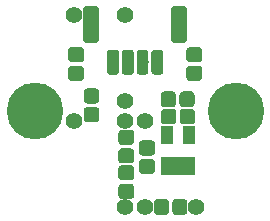
<source format=gbr>
G04 #@! TF.GenerationSoftware,KiCad,Pcbnew,(5.1.0-0)*
G04 #@! TF.CreationDate,2019-06-18T08:50:15-07:00*
G04 #@! TF.ProjectId,airdata,61697264-6174-4612-9e6b-696361645f70,rev?*
G04 #@! TF.SameCoordinates,Original*
G04 #@! TF.FileFunction,Soldermask,Bot*
G04 #@! TF.FilePolarity,Negative*
%FSLAX46Y46*%
G04 Gerber Fmt 4.6, Leading zero omitted, Abs format (unit mm)*
G04 Created by KiCad (PCBNEW (5.1.0-0)) date 2019-06-18 08:50:15*
%MOMM*%
%LPD*%
G04 APERTURE LIST*
%ADD10C,0.100000*%
%ADD11C,1.400000*%
%ADD12C,1.000000*%
%ADD13C,1.100000*%
%ADD14C,4.800000*%
%ADD15C,1.275000*%
%ADD16R,1.050000X1.620000*%
G04 APERTURE END LIST*
D10*
G36*
X45109306Y-44101685D02*
G01*
X45143282Y-44106725D01*
X45176600Y-44115071D01*
X45208939Y-44126642D01*
X45239989Y-44141328D01*
X45269450Y-44158986D01*
X45297038Y-44179446D01*
X45322487Y-44202513D01*
X45345554Y-44227962D01*
X45366014Y-44255550D01*
X45383672Y-44285011D01*
X45398358Y-44316061D01*
X45409929Y-44348400D01*
X45418275Y-44381718D01*
X45423315Y-44415694D01*
X45425000Y-44450000D01*
X45425000Y-46850000D01*
X45423315Y-46884306D01*
X45418275Y-46918282D01*
X45409929Y-46951600D01*
X45398358Y-46983939D01*
X45383672Y-47014989D01*
X45366014Y-47044450D01*
X45345554Y-47072038D01*
X45322487Y-47097487D01*
X45297038Y-47120554D01*
X45269450Y-47141014D01*
X45239989Y-47158672D01*
X45208939Y-47173358D01*
X45176600Y-47184929D01*
X45143282Y-47193275D01*
X45109306Y-47198315D01*
X45075000Y-47200000D01*
X44375000Y-47200000D01*
X44340694Y-47198315D01*
X44306718Y-47193275D01*
X44273400Y-47184929D01*
X44241061Y-47173358D01*
X44210011Y-47158672D01*
X44180550Y-47141014D01*
X44152962Y-47120554D01*
X44127513Y-47097487D01*
X44104446Y-47072038D01*
X44083986Y-47044450D01*
X44066328Y-47014989D01*
X44051642Y-46983939D01*
X44040071Y-46951600D01*
X44031725Y-46918282D01*
X44026685Y-46884306D01*
X44025000Y-46850000D01*
X44025000Y-44450000D01*
X44026685Y-44415694D01*
X44031725Y-44381718D01*
X44040071Y-44348400D01*
X44051642Y-44316061D01*
X44066328Y-44285011D01*
X44083986Y-44255550D01*
X44104446Y-44227962D01*
X44127513Y-44202513D01*
X44152962Y-44179446D01*
X44180550Y-44158986D01*
X44210011Y-44141328D01*
X44241061Y-44126642D01*
X44273400Y-44115071D01*
X44306718Y-44106725D01*
X44340694Y-44101685D01*
X44375000Y-44100000D01*
X45075000Y-44100000D01*
X45109306Y-44101685D01*
X45109306Y-44101685D01*
G37*
D11*
X44725000Y-45650000D03*
D10*
G36*
X37659306Y-44101685D02*
G01*
X37693282Y-44106725D01*
X37726600Y-44115071D01*
X37758939Y-44126642D01*
X37789989Y-44141328D01*
X37819450Y-44158986D01*
X37847038Y-44179446D01*
X37872487Y-44202513D01*
X37895554Y-44227962D01*
X37916014Y-44255550D01*
X37933672Y-44285011D01*
X37948358Y-44316061D01*
X37959929Y-44348400D01*
X37968275Y-44381718D01*
X37973315Y-44415694D01*
X37975000Y-44450000D01*
X37975000Y-46850000D01*
X37973315Y-46884306D01*
X37968275Y-46918282D01*
X37959929Y-46951600D01*
X37948358Y-46983939D01*
X37933672Y-47014989D01*
X37916014Y-47044450D01*
X37895554Y-47072038D01*
X37872487Y-47097487D01*
X37847038Y-47120554D01*
X37819450Y-47141014D01*
X37789989Y-47158672D01*
X37758939Y-47173358D01*
X37726600Y-47184929D01*
X37693282Y-47193275D01*
X37659306Y-47198315D01*
X37625000Y-47200000D01*
X36925000Y-47200000D01*
X36890694Y-47198315D01*
X36856718Y-47193275D01*
X36823400Y-47184929D01*
X36791061Y-47173358D01*
X36760011Y-47158672D01*
X36730550Y-47141014D01*
X36702962Y-47120554D01*
X36677513Y-47097487D01*
X36654446Y-47072038D01*
X36633986Y-47044450D01*
X36616328Y-47014989D01*
X36601642Y-46983939D01*
X36590071Y-46951600D01*
X36581725Y-46918282D01*
X36576685Y-46884306D01*
X36575000Y-46850000D01*
X36575000Y-44450000D01*
X36576685Y-44415694D01*
X36581725Y-44381718D01*
X36590071Y-44348400D01*
X36601642Y-44316061D01*
X36616328Y-44285011D01*
X36633986Y-44255550D01*
X36654446Y-44227962D01*
X36677513Y-44202513D01*
X36702962Y-44179446D01*
X36730550Y-44158986D01*
X36760011Y-44141328D01*
X36791061Y-44126642D01*
X36823400Y-44115071D01*
X36856718Y-44106725D01*
X36890694Y-44101685D01*
X36925000Y-44100000D01*
X37625000Y-44100000D01*
X37659306Y-44101685D01*
X37659306Y-44101685D01*
G37*
D11*
X37275000Y-45650000D03*
D10*
G36*
X43149504Y-47801204D02*
G01*
X43173773Y-47804804D01*
X43197571Y-47810765D01*
X43220671Y-47819030D01*
X43242849Y-47829520D01*
X43263893Y-47842133D01*
X43283598Y-47856747D01*
X43301777Y-47873223D01*
X43318253Y-47891402D01*
X43332867Y-47911107D01*
X43345480Y-47932151D01*
X43355970Y-47954329D01*
X43364235Y-47977429D01*
X43370196Y-48001227D01*
X43373796Y-48025496D01*
X43375000Y-48050000D01*
X43375000Y-49650000D01*
X43373796Y-49674504D01*
X43370196Y-49698773D01*
X43364235Y-49722571D01*
X43355970Y-49745671D01*
X43345480Y-49767849D01*
X43332867Y-49788893D01*
X43318253Y-49808598D01*
X43301777Y-49826777D01*
X43283598Y-49843253D01*
X43263893Y-49857867D01*
X43242849Y-49870480D01*
X43220671Y-49880970D01*
X43197571Y-49889235D01*
X43173773Y-49895196D01*
X43149504Y-49898796D01*
X43125000Y-49900000D01*
X42625000Y-49900000D01*
X42600496Y-49898796D01*
X42576227Y-49895196D01*
X42552429Y-49889235D01*
X42529329Y-49880970D01*
X42507151Y-49870480D01*
X42486107Y-49857867D01*
X42466402Y-49843253D01*
X42448223Y-49826777D01*
X42431747Y-49808598D01*
X42417133Y-49788893D01*
X42404520Y-49767849D01*
X42394030Y-49745671D01*
X42385765Y-49722571D01*
X42379804Y-49698773D01*
X42376204Y-49674504D01*
X42375000Y-49650000D01*
X42375000Y-48050000D01*
X42376204Y-48025496D01*
X42379804Y-48001227D01*
X42385765Y-47977429D01*
X42394030Y-47954329D01*
X42404520Y-47932151D01*
X42417133Y-47911107D01*
X42431747Y-47891402D01*
X42448223Y-47873223D01*
X42466402Y-47856747D01*
X42486107Y-47842133D01*
X42507151Y-47829520D01*
X42529329Y-47819030D01*
X42552429Y-47810765D01*
X42576227Y-47804804D01*
X42600496Y-47801204D01*
X42625000Y-47800000D01*
X43125000Y-47800000D01*
X43149504Y-47801204D01*
X43149504Y-47801204D01*
G37*
D12*
X42875000Y-48850000D03*
D10*
G36*
X41899504Y-47801204D02*
G01*
X41923773Y-47804804D01*
X41947571Y-47810765D01*
X41970671Y-47819030D01*
X41992849Y-47829520D01*
X42013893Y-47842133D01*
X42033598Y-47856747D01*
X42051777Y-47873223D01*
X42068253Y-47891402D01*
X42082867Y-47911107D01*
X42095480Y-47932151D01*
X42105970Y-47954329D01*
X42114235Y-47977429D01*
X42120196Y-48001227D01*
X42123796Y-48025496D01*
X42125000Y-48050000D01*
X42125000Y-49650000D01*
X42123796Y-49674504D01*
X42120196Y-49698773D01*
X42114235Y-49722571D01*
X42105970Y-49745671D01*
X42095480Y-49767849D01*
X42082867Y-49788893D01*
X42068253Y-49808598D01*
X42051777Y-49826777D01*
X42033598Y-49843253D01*
X42013893Y-49857867D01*
X41992849Y-49870480D01*
X41970671Y-49880970D01*
X41947571Y-49889235D01*
X41923773Y-49895196D01*
X41899504Y-49898796D01*
X41875000Y-49900000D01*
X41375000Y-49900000D01*
X41350496Y-49898796D01*
X41326227Y-49895196D01*
X41302429Y-49889235D01*
X41279329Y-49880970D01*
X41257151Y-49870480D01*
X41236107Y-49857867D01*
X41216402Y-49843253D01*
X41198223Y-49826777D01*
X41181747Y-49808598D01*
X41167133Y-49788893D01*
X41154520Y-49767849D01*
X41144030Y-49745671D01*
X41135765Y-49722571D01*
X41129804Y-49698773D01*
X41126204Y-49674504D01*
X41125000Y-49650000D01*
X41125000Y-48050000D01*
X41126204Y-48025496D01*
X41129804Y-48001227D01*
X41135765Y-47977429D01*
X41144030Y-47954329D01*
X41154520Y-47932151D01*
X41167133Y-47911107D01*
X41181747Y-47891402D01*
X41198223Y-47873223D01*
X41216402Y-47856747D01*
X41236107Y-47842133D01*
X41257151Y-47829520D01*
X41279329Y-47819030D01*
X41302429Y-47810765D01*
X41326227Y-47804804D01*
X41350496Y-47801204D01*
X41375000Y-47800000D01*
X41875000Y-47800000D01*
X41899504Y-47801204D01*
X41899504Y-47801204D01*
G37*
D12*
X41625000Y-48850000D03*
D10*
G36*
X40649504Y-47801204D02*
G01*
X40673773Y-47804804D01*
X40697571Y-47810765D01*
X40720671Y-47819030D01*
X40742849Y-47829520D01*
X40763893Y-47842133D01*
X40783598Y-47856747D01*
X40801777Y-47873223D01*
X40818253Y-47891402D01*
X40832867Y-47911107D01*
X40845480Y-47932151D01*
X40855970Y-47954329D01*
X40864235Y-47977429D01*
X40870196Y-48001227D01*
X40873796Y-48025496D01*
X40875000Y-48050000D01*
X40875000Y-49650000D01*
X40873796Y-49674504D01*
X40870196Y-49698773D01*
X40864235Y-49722571D01*
X40855970Y-49745671D01*
X40845480Y-49767849D01*
X40832867Y-49788893D01*
X40818253Y-49808598D01*
X40801777Y-49826777D01*
X40783598Y-49843253D01*
X40763893Y-49857867D01*
X40742849Y-49870480D01*
X40720671Y-49880970D01*
X40697571Y-49889235D01*
X40673773Y-49895196D01*
X40649504Y-49898796D01*
X40625000Y-49900000D01*
X40125000Y-49900000D01*
X40100496Y-49898796D01*
X40076227Y-49895196D01*
X40052429Y-49889235D01*
X40029329Y-49880970D01*
X40007151Y-49870480D01*
X39986107Y-49857867D01*
X39966402Y-49843253D01*
X39948223Y-49826777D01*
X39931747Y-49808598D01*
X39917133Y-49788893D01*
X39904520Y-49767849D01*
X39894030Y-49745671D01*
X39885765Y-49722571D01*
X39879804Y-49698773D01*
X39876204Y-49674504D01*
X39875000Y-49650000D01*
X39875000Y-48050000D01*
X39876204Y-48025496D01*
X39879804Y-48001227D01*
X39885765Y-47977429D01*
X39894030Y-47954329D01*
X39904520Y-47932151D01*
X39917133Y-47911107D01*
X39931747Y-47891402D01*
X39948223Y-47873223D01*
X39966402Y-47856747D01*
X39986107Y-47842133D01*
X40007151Y-47829520D01*
X40029329Y-47819030D01*
X40052429Y-47810765D01*
X40076227Y-47804804D01*
X40100496Y-47801204D01*
X40125000Y-47800000D01*
X40625000Y-47800000D01*
X40649504Y-47801204D01*
X40649504Y-47801204D01*
G37*
D12*
X40375000Y-48850000D03*
D10*
G36*
X39399504Y-47801204D02*
G01*
X39423773Y-47804804D01*
X39447571Y-47810765D01*
X39470671Y-47819030D01*
X39492849Y-47829520D01*
X39513893Y-47842133D01*
X39533598Y-47856747D01*
X39551777Y-47873223D01*
X39568253Y-47891402D01*
X39582867Y-47911107D01*
X39595480Y-47932151D01*
X39605970Y-47954329D01*
X39614235Y-47977429D01*
X39620196Y-48001227D01*
X39623796Y-48025496D01*
X39625000Y-48050000D01*
X39625000Y-49650000D01*
X39623796Y-49674504D01*
X39620196Y-49698773D01*
X39614235Y-49722571D01*
X39605970Y-49745671D01*
X39595480Y-49767849D01*
X39582867Y-49788893D01*
X39568253Y-49808598D01*
X39551777Y-49826777D01*
X39533598Y-49843253D01*
X39513893Y-49857867D01*
X39492849Y-49870480D01*
X39470671Y-49880970D01*
X39447571Y-49889235D01*
X39423773Y-49895196D01*
X39399504Y-49898796D01*
X39375000Y-49900000D01*
X38875000Y-49900000D01*
X38850496Y-49898796D01*
X38826227Y-49895196D01*
X38802429Y-49889235D01*
X38779329Y-49880970D01*
X38757151Y-49870480D01*
X38736107Y-49857867D01*
X38716402Y-49843253D01*
X38698223Y-49826777D01*
X38681747Y-49808598D01*
X38667133Y-49788893D01*
X38654520Y-49767849D01*
X38644030Y-49745671D01*
X38635765Y-49722571D01*
X38629804Y-49698773D01*
X38626204Y-49674504D01*
X38625000Y-49650000D01*
X38625000Y-48050000D01*
X38626204Y-48025496D01*
X38629804Y-48001227D01*
X38635765Y-47977429D01*
X38644030Y-47954329D01*
X38654520Y-47932151D01*
X38667133Y-47911107D01*
X38681747Y-47891402D01*
X38698223Y-47873223D01*
X38716402Y-47856747D01*
X38736107Y-47842133D01*
X38757151Y-47829520D01*
X38779329Y-47819030D01*
X38802429Y-47810765D01*
X38826227Y-47804804D01*
X38850496Y-47801204D01*
X38875000Y-47800000D01*
X39375000Y-47800000D01*
X39399504Y-47801204D01*
X39399504Y-47801204D01*
G37*
D12*
X39125000Y-48850000D03*
D13*
X50666726Y-51833274D03*
X49500000Y-51350000D03*
X48333274Y-51833274D03*
X47850000Y-53000000D03*
X48333274Y-54166726D03*
X49500000Y-54650000D03*
X50666726Y-54166726D03*
X51150000Y-53000000D03*
D14*
X49500000Y-53000000D03*
D10*
G36*
X45137493Y-60426535D02*
G01*
X45168435Y-60431125D01*
X45198778Y-60438725D01*
X45228230Y-60449263D01*
X45256508Y-60462638D01*
X45283338Y-60478719D01*
X45308463Y-60497353D01*
X45331640Y-60518360D01*
X45352647Y-60541537D01*
X45371281Y-60566662D01*
X45387362Y-60593492D01*
X45400737Y-60621770D01*
X45411275Y-60651222D01*
X45418875Y-60681565D01*
X45423465Y-60712507D01*
X45425000Y-60743750D01*
X45425000Y-61456250D01*
X45423465Y-61487493D01*
X45418875Y-61518435D01*
X45411275Y-61548778D01*
X45400737Y-61578230D01*
X45387362Y-61606508D01*
X45371281Y-61633338D01*
X45352647Y-61658463D01*
X45331640Y-61681640D01*
X45308463Y-61702647D01*
X45283338Y-61721281D01*
X45256508Y-61737362D01*
X45228230Y-61750737D01*
X45198778Y-61761275D01*
X45168435Y-61768875D01*
X45137493Y-61773465D01*
X45106250Y-61775000D01*
X44468750Y-61775000D01*
X44437507Y-61773465D01*
X44406565Y-61768875D01*
X44376222Y-61761275D01*
X44346770Y-61750737D01*
X44318492Y-61737362D01*
X44291662Y-61721281D01*
X44266537Y-61702647D01*
X44243360Y-61681640D01*
X44222353Y-61658463D01*
X44203719Y-61633338D01*
X44187638Y-61606508D01*
X44174263Y-61578230D01*
X44163725Y-61548778D01*
X44156125Y-61518435D01*
X44151535Y-61487493D01*
X44150000Y-61456250D01*
X44150000Y-60743750D01*
X44151535Y-60712507D01*
X44156125Y-60681565D01*
X44163725Y-60651222D01*
X44174263Y-60621770D01*
X44187638Y-60593492D01*
X44203719Y-60566662D01*
X44222353Y-60541537D01*
X44243360Y-60518360D01*
X44266537Y-60497353D01*
X44291662Y-60478719D01*
X44318492Y-60462638D01*
X44346770Y-60449263D01*
X44376222Y-60438725D01*
X44406565Y-60431125D01*
X44437507Y-60426535D01*
X44468750Y-60425000D01*
X45106250Y-60425000D01*
X45137493Y-60426535D01*
X45137493Y-60426535D01*
G37*
D15*
X44787500Y-61100000D03*
D10*
G36*
X43562493Y-60426535D02*
G01*
X43593435Y-60431125D01*
X43623778Y-60438725D01*
X43653230Y-60449263D01*
X43681508Y-60462638D01*
X43708338Y-60478719D01*
X43733463Y-60497353D01*
X43756640Y-60518360D01*
X43777647Y-60541537D01*
X43796281Y-60566662D01*
X43812362Y-60593492D01*
X43825737Y-60621770D01*
X43836275Y-60651222D01*
X43843875Y-60681565D01*
X43848465Y-60712507D01*
X43850000Y-60743750D01*
X43850000Y-61456250D01*
X43848465Y-61487493D01*
X43843875Y-61518435D01*
X43836275Y-61548778D01*
X43825737Y-61578230D01*
X43812362Y-61606508D01*
X43796281Y-61633338D01*
X43777647Y-61658463D01*
X43756640Y-61681640D01*
X43733463Y-61702647D01*
X43708338Y-61721281D01*
X43681508Y-61737362D01*
X43653230Y-61750737D01*
X43623778Y-61761275D01*
X43593435Y-61768875D01*
X43562493Y-61773465D01*
X43531250Y-61775000D01*
X42893750Y-61775000D01*
X42862507Y-61773465D01*
X42831565Y-61768875D01*
X42801222Y-61761275D01*
X42771770Y-61750737D01*
X42743492Y-61737362D01*
X42716662Y-61721281D01*
X42691537Y-61702647D01*
X42668360Y-61681640D01*
X42647353Y-61658463D01*
X42628719Y-61633338D01*
X42612638Y-61606508D01*
X42599263Y-61578230D01*
X42588725Y-61548778D01*
X42581125Y-61518435D01*
X42576535Y-61487493D01*
X42575000Y-61456250D01*
X42575000Y-60743750D01*
X42576535Y-60712507D01*
X42581125Y-60681565D01*
X42588725Y-60651222D01*
X42599263Y-60621770D01*
X42612638Y-60593492D01*
X42628719Y-60566662D01*
X42647353Y-60541537D01*
X42668360Y-60518360D01*
X42691537Y-60497353D01*
X42716662Y-60478719D01*
X42743492Y-60462638D01*
X42771770Y-60449263D01*
X42801222Y-60438725D01*
X42831565Y-60431125D01*
X42862507Y-60426535D01*
X42893750Y-60425000D01*
X43531250Y-60425000D01*
X43562493Y-60426535D01*
X43562493Y-60426535D01*
G37*
D15*
X43212500Y-61100000D03*
D10*
G36*
X37687493Y-51076535D02*
G01*
X37718435Y-51081125D01*
X37748778Y-51088725D01*
X37778230Y-51099263D01*
X37806508Y-51112638D01*
X37833338Y-51128719D01*
X37858463Y-51147353D01*
X37881640Y-51168360D01*
X37902647Y-51191537D01*
X37921281Y-51216662D01*
X37937362Y-51243492D01*
X37950737Y-51271770D01*
X37961275Y-51301222D01*
X37968875Y-51331565D01*
X37973465Y-51362507D01*
X37975000Y-51393750D01*
X37975000Y-52031250D01*
X37973465Y-52062493D01*
X37968875Y-52093435D01*
X37961275Y-52123778D01*
X37950737Y-52153230D01*
X37937362Y-52181508D01*
X37921281Y-52208338D01*
X37902647Y-52233463D01*
X37881640Y-52256640D01*
X37858463Y-52277647D01*
X37833338Y-52296281D01*
X37806508Y-52312362D01*
X37778230Y-52325737D01*
X37748778Y-52336275D01*
X37718435Y-52343875D01*
X37687493Y-52348465D01*
X37656250Y-52350000D01*
X36943750Y-52350000D01*
X36912507Y-52348465D01*
X36881565Y-52343875D01*
X36851222Y-52336275D01*
X36821770Y-52325737D01*
X36793492Y-52312362D01*
X36766662Y-52296281D01*
X36741537Y-52277647D01*
X36718360Y-52256640D01*
X36697353Y-52233463D01*
X36678719Y-52208338D01*
X36662638Y-52181508D01*
X36649263Y-52153230D01*
X36638725Y-52123778D01*
X36631125Y-52093435D01*
X36626535Y-52062493D01*
X36625000Y-52031250D01*
X36625000Y-51393750D01*
X36626535Y-51362507D01*
X36631125Y-51331565D01*
X36638725Y-51301222D01*
X36649263Y-51271770D01*
X36662638Y-51243492D01*
X36678719Y-51216662D01*
X36697353Y-51191537D01*
X36718360Y-51168360D01*
X36741537Y-51147353D01*
X36766662Y-51128719D01*
X36793492Y-51112638D01*
X36821770Y-51099263D01*
X36851222Y-51088725D01*
X36881565Y-51081125D01*
X36912507Y-51076535D01*
X36943750Y-51075000D01*
X37656250Y-51075000D01*
X37687493Y-51076535D01*
X37687493Y-51076535D01*
G37*
D15*
X37300000Y-51712500D03*
D10*
G36*
X37687493Y-52651535D02*
G01*
X37718435Y-52656125D01*
X37748778Y-52663725D01*
X37778230Y-52674263D01*
X37806508Y-52687638D01*
X37833338Y-52703719D01*
X37858463Y-52722353D01*
X37881640Y-52743360D01*
X37902647Y-52766537D01*
X37921281Y-52791662D01*
X37937362Y-52818492D01*
X37950737Y-52846770D01*
X37961275Y-52876222D01*
X37968875Y-52906565D01*
X37973465Y-52937507D01*
X37975000Y-52968750D01*
X37975000Y-53606250D01*
X37973465Y-53637493D01*
X37968875Y-53668435D01*
X37961275Y-53698778D01*
X37950737Y-53728230D01*
X37937362Y-53756508D01*
X37921281Y-53783338D01*
X37902647Y-53808463D01*
X37881640Y-53831640D01*
X37858463Y-53852647D01*
X37833338Y-53871281D01*
X37806508Y-53887362D01*
X37778230Y-53900737D01*
X37748778Y-53911275D01*
X37718435Y-53918875D01*
X37687493Y-53923465D01*
X37656250Y-53925000D01*
X36943750Y-53925000D01*
X36912507Y-53923465D01*
X36881565Y-53918875D01*
X36851222Y-53911275D01*
X36821770Y-53900737D01*
X36793492Y-53887362D01*
X36766662Y-53871281D01*
X36741537Y-53852647D01*
X36718360Y-53831640D01*
X36697353Y-53808463D01*
X36678719Y-53783338D01*
X36662638Y-53756508D01*
X36649263Y-53728230D01*
X36638725Y-53698778D01*
X36631125Y-53668435D01*
X36626535Y-53637493D01*
X36625000Y-53606250D01*
X36625000Y-52968750D01*
X36626535Y-52937507D01*
X36631125Y-52906565D01*
X36638725Y-52876222D01*
X36649263Y-52846770D01*
X36662638Y-52818492D01*
X36678719Y-52791662D01*
X36697353Y-52766537D01*
X36718360Y-52743360D01*
X36741537Y-52722353D01*
X36766662Y-52703719D01*
X36793492Y-52687638D01*
X36821770Y-52674263D01*
X36851222Y-52663725D01*
X36881565Y-52656125D01*
X36912507Y-52651535D01*
X36943750Y-52650000D01*
X37656250Y-52650000D01*
X37687493Y-52651535D01*
X37687493Y-52651535D01*
G37*
D15*
X37300000Y-53287500D03*
D10*
G36*
X40637493Y-59151535D02*
G01*
X40668435Y-59156125D01*
X40698778Y-59163725D01*
X40728230Y-59174263D01*
X40756508Y-59187638D01*
X40783338Y-59203719D01*
X40808463Y-59222353D01*
X40831640Y-59243360D01*
X40852647Y-59266537D01*
X40871281Y-59291662D01*
X40887362Y-59318492D01*
X40900737Y-59346770D01*
X40911275Y-59376222D01*
X40918875Y-59406565D01*
X40923465Y-59437507D01*
X40925000Y-59468750D01*
X40925000Y-60106250D01*
X40923465Y-60137493D01*
X40918875Y-60168435D01*
X40911275Y-60198778D01*
X40900737Y-60228230D01*
X40887362Y-60256508D01*
X40871281Y-60283338D01*
X40852647Y-60308463D01*
X40831640Y-60331640D01*
X40808463Y-60352647D01*
X40783338Y-60371281D01*
X40756508Y-60387362D01*
X40728230Y-60400737D01*
X40698778Y-60411275D01*
X40668435Y-60418875D01*
X40637493Y-60423465D01*
X40606250Y-60425000D01*
X39893750Y-60425000D01*
X39862507Y-60423465D01*
X39831565Y-60418875D01*
X39801222Y-60411275D01*
X39771770Y-60400737D01*
X39743492Y-60387362D01*
X39716662Y-60371281D01*
X39691537Y-60352647D01*
X39668360Y-60331640D01*
X39647353Y-60308463D01*
X39628719Y-60283338D01*
X39612638Y-60256508D01*
X39599263Y-60228230D01*
X39588725Y-60198778D01*
X39581125Y-60168435D01*
X39576535Y-60137493D01*
X39575000Y-60106250D01*
X39575000Y-59468750D01*
X39576535Y-59437507D01*
X39581125Y-59406565D01*
X39588725Y-59376222D01*
X39599263Y-59346770D01*
X39612638Y-59318492D01*
X39628719Y-59291662D01*
X39647353Y-59266537D01*
X39668360Y-59243360D01*
X39691537Y-59222353D01*
X39716662Y-59203719D01*
X39743492Y-59187638D01*
X39771770Y-59174263D01*
X39801222Y-59163725D01*
X39831565Y-59156125D01*
X39862507Y-59151535D01*
X39893750Y-59150000D01*
X40606250Y-59150000D01*
X40637493Y-59151535D01*
X40637493Y-59151535D01*
G37*
D15*
X40250000Y-59787500D03*
D10*
G36*
X40637493Y-57576535D02*
G01*
X40668435Y-57581125D01*
X40698778Y-57588725D01*
X40728230Y-57599263D01*
X40756508Y-57612638D01*
X40783338Y-57628719D01*
X40808463Y-57647353D01*
X40831640Y-57668360D01*
X40852647Y-57691537D01*
X40871281Y-57716662D01*
X40887362Y-57743492D01*
X40900737Y-57771770D01*
X40911275Y-57801222D01*
X40918875Y-57831565D01*
X40923465Y-57862507D01*
X40925000Y-57893750D01*
X40925000Y-58531250D01*
X40923465Y-58562493D01*
X40918875Y-58593435D01*
X40911275Y-58623778D01*
X40900737Y-58653230D01*
X40887362Y-58681508D01*
X40871281Y-58708338D01*
X40852647Y-58733463D01*
X40831640Y-58756640D01*
X40808463Y-58777647D01*
X40783338Y-58796281D01*
X40756508Y-58812362D01*
X40728230Y-58825737D01*
X40698778Y-58836275D01*
X40668435Y-58843875D01*
X40637493Y-58848465D01*
X40606250Y-58850000D01*
X39893750Y-58850000D01*
X39862507Y-58848465D01*
X39831565Y-58843875D01*
X39801222Y-58836275D01*
X39771770Y-58825737D01*
X39743492Y-58812362D01*
X39716662Y-58796281D01*
X39691537Y-58777647D01*
X39668360Y-58756640D01*
X39647353Y-58733463D01*
X39628719Y-58708338D01*
X39612638Y-58681508D01*
X39599263Y-58653230D01*
X39588725Y-58623778D01*
X39581125Y-58593435D01*
X39576535Y-58562493D01*
X39575000Y-58531250D01*
X39575000Y-57893750D01*
X39576535Y-57862507D01*
X39581125Y-57831565D01*
X39588725Y-57801222D01*
X39599263Y-57771770D01*
X39612638Y-57743492D01*
X39628719Y-57716662D01*
X39647353Y-57691537D01*
X39668360Y-57668360D01*
X39691537Y-57647353D01*
X39716662Y-57628719D01*
X39743492Y-57612638D01*
X39771770Y-57599263D01*
X39801222Y-57588725D01*
X39831565Y-57581125D01*
X39862507Y-57576535D01*
X39893750Y-57575000D01*
X40606250Y-57575000D01*
X40637493Y-57576535D01*
X40637493Y-57576535D01*
G37*
D15*
X40250000Y-58212500D03*
D10*
G36*
X40637493Y-54576535D02*
G01*
X40668435Y-54581125D01*
X40698778Y-54588725D01*
X40728230Y-54599263D01*
X40756508Y-54612638D01*
X40783338Y-54628719D01*
X40808463Y-54647353D01*
X40831640Y-54668360D01*
X40852647Y-54691537D01*
X40871281Y-54716662D01*
X40887362Y-54743492D01*
X40900737Y-54771770D01*
X40911275Y-54801222D01*
X40918875Y-54831565D01*
X40923465Y-54862507D01*
X40925000Y-54893750D01*
X40925000Y-55531250D01*
X40923465Y-55562493D01*
X40918875Y-55593435D01*
X40911275Y-55623778D01*
X40900737Y-55653230D01*
X40887362Y-55681508D01*
X40871281Y-55708338D01*
X40852647Y-55733463D01*
X40831640Y-55756640D01*
X40808463Y-55777647D01*
X40783338Y-55796281D01*
X40756508Y-55812362D01*
X40728230Y-55825737D01*
X40698778Y-55836275D01*
X40668435Y-55843875D01*
X40637493Y-55848465D01*
X40606250Y-55850000D01*
X39893750Y-55850000D01*
X39862507Y-55848465D01*
X39831565Y-55843875D01*
X39801222Y-55836275D01*
X39771770Y-55825737D01*
X39743492Y-55812362D01*
X39716662Y-55796281D01*
X39691537Y-55777647D01*
X39668360Y-55756640D01*
X39647353Y-55733463D01*
X39628719Y-55708338D01*
X39612638Y-55681508D01*
X39599263Y-55653230D01*
X39588725Y-55623778D01*
X39581125Y-55593435D01*
X39576535Y-55562493D01*
X39575000Y-55531250D01*
X39575000Y-54893750D01*
X39576535Y-54862507D01*
X39581125Y-54831565D01*
X39588725Y-54801222D01*
X39599263Y-54771770D01*
X39612638Y-54743492D01*
X39628719Y-54716662D01*
X39647353Y-54691537D01*
X39668360Y-54668360D01*
X39691537Y-54647353D01*
X39716662Y-54628719D01*
X39743492Y-54612638D01*
X39771770Y-54599263D01*
X39801222Y-54588725D01*
X39831565Y-54581125D01*
X39862507Y-54576535D01*
X39893750Y-54575000D01*
X40606250Y-54575000D01*
X40637493Y-54576535D01*
X40637493Y-54576535D01*
G37*
D15*
X40250000Y-55212500D03*
D10*
G36*
X40637493Y-56151535D02*
G01*
X40668435Y-56156125D01*
X40698778Y-56163725D01*
X40728230Y-56174263D01*
X40756508Y-56187638D01*
X40783338Y-56203719D01*
X40808463Y-56222353D01*
X40831640Y-56243360D01*
X40852647Y-56266537D01*
X40871281Y-56291662D01*
X40887362Y-56318492D01*
X40900737Y-56346770D01*
X40911275Y-56376222D01*
X40918875Y-56406565D01*
X40923465Y-56437507D01*
X40925000Y-56468750D01*
X40925000Y-57106250D01*
X40923465Y-57137493D01*
X40918875Y-57168435D01*
X40911275Y-57198778D01*
X40900737Y-57228230D01*
X40887362Y-57256508D01*
X40871281Y-57283338D01*
X40852647Y-57308463D01*
X40831640Y-57331640D01*
X40808463Y-57352647D01*
X40783338Y-57371281D01*
X40756508Y-57387362D01*
X40728230Y-57400737D01*
X40698778Y-57411275D01*
X40668435Y-57418875D01*
X40637493Y-57423465D01*
X40606250Y-57425000D01*
X39893750Y-57425000D01*
X39862507Y-57423465D01*
X39831565Y-57418875D01*
X39801222Y-57411275D01*
X39771770Y-57400737D01*
X39743492Y-57387362D01*
X39716662Y-57371281D01*
X39691537Y-57352647D01*
X39668360Y-57331640D01*
X39647353Y-57308463D01*
X39628719Y-57283338D01*
X39612638Y-57256508D01*
X39599263Y-57228230D01*
X39588725Y-57198778D01*
X39581125Y-57168435D01*
X39576535Y-57137493D01*
X39575000Y-57106250D01*
X39575000Y-56468750D01*
X39576535Y-56437507D01*
X39581125Y-56406565D01*
X39588725Y-56376222D01*
X39599263Y-56346770D01*
X39612638Y-56318492D01*
X39628719Y-56291662D01*
X39647353Y-56266537D01*
X39668360Y-56243360D01*
X39691537Y-56222353D01*
X39716662Y-56203719D01*
X39743492Y-56187638D01*
X39771770Y-56174263D01*
X39801222Y-56163725D01*
X39831565Y-56156125D01*
X39862507Y-56151535D01*
X39893750Y-56150000D01*
X40606250Y-56150000D01*
X40637493Y-56151535D01*
X40637493Y-56151535D01*
G37*
D15*
X40250000Y-56787500D03*
D10*
G36*
X46387493Y-47576535D02*
G01*
X46418435Y-47581125D01*
X46448778Y-47588725D01*
X46478230Y-47599263D01*
X46506508Y-47612638D01*
X46533338Y-47628719D01*
X46558463Y-47647353D01*
X46581640Y-47668360D01*
X46602647Y-47691537D01*
X46621281Y-47716662D01*
X46637362Y-47743492D01*
X46650737Y-47771770D01*
X46661275Y-47801222D01*
X46668875Y-47831565D01*
X46673465Y-47862507D01*
X46675000Y-47893750D01*
X46675000Y-48531250D01*
X46673465Y-48562493D01*
X46668875Y-48593435D01*
X46661275Y-48623778D01*
X46650737Y-48653230D01*
X46637362Y-48681508D01*
X46621281Y-48708338D01*
X46602647Y-48733463D01*
X46581640Y-48756640D01*
X46558463Y-48777647D01*
X46533338Y-48796281D01*
X46506508Y-48812362D01*
X46478230Y-48825737D01*
X46448778Y-48836275D01*
X46418435Y-48843875D01*
X46387493Y-48848465D01*
X46356250Y-48850000D01*
X45643750Y-48850000D01*
X45612507Y-48848465D01*
X45581565Y-48843875D01*
X45551222Y-48836275D01*
X45521770Y-48825737D01*
X45493492Y-48812362D01*
X45466662Y-48796281D01*
X45441537Y-48777647D01*
X45418360Y-48756640D01*
X45397353Y-48733463D01*
X45378719Y-48708338D01*
X45362638Y-48681508D01*
X45349263Y-48653230D01*
X45338725Y-48623778D01*
X45331125Y-48593435D01*
X45326535Y-48562493D01*
X45325000Y-48531250D01*
X45325000Y-47893750D01*
X45326535Y-47862507D01*
X45331125Y-47831565D01*
X45338725Y-47801222D01*
X45349263Y-47771770D01*
X45362638Y-47743492D01*
X45378719Y-47716662D01*
X45397353Y-47691537D01*
X45418360Y-47668360D01*
X45441537Y-47647353D01*
X45466662Y-47628719D01*
X45493492Y-47612638D01*
X45521770Y-47599263D01*
X45551222Y-47588725D01*
X45581565Y-47581125D01*
X45612507Y-47576535D01*
X45643750Y-47575000D01*
X46356250Y-47575000D01*
X46387493Y-47576535D01*
X46387493Y-47576535D01*
G37*
D15*
X46000000Y-48212500D03*
D10*
G36*
X46387493Y-49151535D02*
G01*
X46418435Y-49156125D01*
X46448778Y-49163725D01*
X46478230Y-49174263D01*
X46506508Y-49187638D01*
X46533338Y-49203719D01*
X46558463Y-49222353D01*
X46581640Y-49243360D01*
X46602647Y-49266537D01*
X46621281Y-49291662D01*
X46637362Y-49318492D01*
X46650737Y-49346770D01*
X46661275Y-49376222D01*
X46668875Y-49406565D01*
X46673465Y-49437507D01*
X46675000Y-49468750D01*
X46675000Y-50106250D01*
X46673465Y-50137493D01*
X46668875Y-50168435D01*
X46661275Y-50198778D01*
X46650737Y-50228230D01*
X46637362Y-50256508D01*
X46621281Y-50283338D01*
X46602647Y-50308463D01*
X46581640Y-50331640D01*
X46558463Y-50352647D01*
X46533338Y-50371281D01*
X46506508Y-50387362D01*
X46478230Y-50400737D01*
X46448778Y-50411275D01*
X46418435Y-50418875D01*
X46387493Y-50423465D01*
X46356250Y-50425000D01*
X45643750Y-50425000D01*
X45612507Y-50423465D01*
X45581565Y-50418875D01*
X45551222Y-50411275D01*
X45521770Y-50400737D01*
X45493492Y-50387362D01*
X45466662Y-50371281D01*
X45441537Y-50352647D01*
X45418360Y-50331640D01*
X45397353Y-50308463D01*
X45378719Y-50283338D01*
X45362638Y-50256508D01*
X45349263Y-50228230D01*
X45338725Y-50198778D01*
X45331125Y-50168435D01*
X45326535Y-50137493D01*
X45325000Y-50106250D01*
X45325000Y-49468750D01*
X45326535Y-49437507D01*
X45331125Y-49406565D01*
X45338725Y-49376222D01*
X45349263Y-49346770D01*
X45362638Y-49318492D01*
X45378719Y-49291662D01*
X45397353Y-49266537D01*
X45418360Y-49243360D01*
X45441537Y-49222353D01*
X45466662Y-49203719D01*
X45493492Y-49187638D01*
X45521770Y-49174263D01*
X45551222Y-49163725D01*
X45581565Y-49156125D01*
X45612507Y-49151535D01*
X45643750Y-49150000D01*
X46356250Y-49150000D01*
X46387493Y-49151535D01*
X46387493Y-49151535D01*
G37*
D15*
X46000000Y-49787500D03*
D10*
G36*
X36387493Y-49151535D02*
G01*
X36418435Y-49156125D01*
X36448778Y-49163725D01*
X36478230Y-49174263D01*
X36506508Y-49187638D01*
X36533338Y-49203719D01*
X36558463Y-49222353D01*
X36581640Y-49243360D01*
X36602647Y-49266537D01*
X36621281Y-49291662D01*
X36637362Y-49318492D01*
X36650737Y-49346770D01*
X36661275Y-49376222D01*
X36668875Y-49406565D01*
X36673465Y-49437507D01*
X36675000Y-49468750D01*
X36675000Y-50106250D01*
X36673465Y-50137493D01*
X36668875Y-50168435D01*
X36661275Y-50198778D01*
X36650737Y-50228230D01*
X36637362Y-50256508D01*
X36621281Y-50283338D01*
X36602647Y-50308463D01*
X36581640Y-50331640D01*
X36558463Y-50352647D01*
X36533338Y-50371281D01*
X36506508Y-50387362D01*
X36478230Y-50400737D01*
X36448778Y-50411275D01*
X36418435Y-50418875D01*
X36387493Y-50423465D01*
X36356250Y-50425000D01*
X35643750Y-50425000D01*
X35612507Y-50423465D01*
X35581565Y-50418875D01*
X35551222Y-50411275D01*
X35521770Y-50400737D01*
X35493492Y-50387362D01*
X35466662Y-50371281D01*
X35441537Y-50352647D01*
X35418360Y-50331640D01*
X35397353Y-50308463D01*
X35378719Y-50283338D01*
X35362638Y-50256508D01*
X35349263Y-50228230D01*
X35338725Y-50198778D01*
X35331125Y-50168435D01*
X35326535Y-50137493D01*
X35325000Y-50106250D01*
X35325000Y-49468750D01*
X35326535Y-49437507D01*
X35331125Y-49406565D01*
X35338725Y-49376222D01*
X35349263Y-49346770D01*
X35362638Y-49318492D01*
X35378719Y-49291662D01*
X35397353Y-49266537D01*
X35418360Y-49243360D01*
X35441537Y-49222353D01*
X35466662Y-49203719D01*
X35493492Y-49187638D01*
X35521770Y-49174263D01*
X35551222Y-49163725D01*
X35581565Y-49156125D01*
X35612507Y-49151535D01*
X35643750Y-49150000D01*
X36356250Y-49150000D01*
X36387493Y-49151535D01*
X36387493Y-49151535D01*
G37*
D15*
X36000000Y-49787500D03*
D10*
G36*
X36387493Y-47576535D02*
G01*
X36418435Y-47581125D01*
X36448778Y-47588725D01*
X36478230Y-47599263D01*
X36506508Y-47612638D01*
X36533338Y-47628719D01*
X36558463Y-47647353D01*
X36581640Y-47668360D01*
X36602647Y-47691537D01*
X36621281Y-47716662D01*
X36637362Y-47743492D01*
X36650737Y-47771770D01*
X36661275Y-47801222D01*
X36668875Y-47831565D01*
X36673465Y-47862507D01*
X36675000Y-47893750D01*
X36675000Y-48531250D01*
X36673465Y-48562493D01*
X36668875Y-48593435D01*
X36661275Y-48623778D01*
X36650737Y-48653230D01*
X36637362Y-48681508D01*
X36621281Y-48708338D01*
X36602647Y-48733463D01*
X36581640Y-48756640D01*
X36558463Y-48777647D01*
X36533338Y-48796281D01*
X36506508Y-48812362D01*
X36478230Y-48825737D01*
X36448778Y-48836275D01*
X36418435Y-48843875D01*
X36387493Y-48848465D01*
X36356250Y-48850000D01*
X35643750Y-48850000D01*
X35612507Y-48848465D01*
X35581565Y-48843875D01*
X35551222Y-48836275D01*
X35521770Y-48825737D01*
X35493492Y-48812362D01*
X35466662Y-48796281D01*
X35441537Y-48777647D01*
X35418360Y-48756640D01*
X35397353Y-48733463D01*
X35378719Y-48708338D01*
X35362638Y-48681508D01*
X35349263Y-48653230D01*
X35338725Y-48623778D01*
X35331125Y-48593435D01*
X35326535Y-48562493D01*
X35325000Y-48531250D01*
X35325000Y-47893750D01*
X35326535Y-47862507D01*
X35331125Y-47831565D01*
X35338725Y-47801222D01*
X35349263Y-47771770D01*
X35362638Y-47743492D01*
X35378719Y-47716662D01*
X35397353Y-47691537D01*
X35418360Y-47668360D01*
X35441537Y-47647353D01*
X35466662Y-47628719D01*
X35493492Y-47612638D01*
X35521770Y-47599263D01*
X35551222Y-47588725D01*
X35581565Y-47581125D01*
X35612507Y-47576535D01*
X35643750Y-47575000D01*
X36356250Y-47575000D01*
X36387493Y-47576535D01*
X36387493Y-47576535D01*
G37*
D15*
X36000000Y-48212500D03*
D13*
X33666726Y-51833274D03*
X32500000Y-51350000D03*
X31333274Y-51833274D03*
X30850000Y-53000000D03*
X31333274Y-54166726D03*
X32500000Y-54650000D03*
X33666726Y-54166726D03*
X34150000Y-53000000D03*
D14*
X32500000Y-53000000D03*
D16*
X45575000Y-55040000D03*
X43675000Y-55040000D03*
X43675000Y-57660000D03*
X44625000Y-57660000D03*
X45575000Y-57660000D03*
D11*
X40150000Y-52150000D03*
X40150000Y-44850000D03*
X35850000Y-44850000D03*
X40150000Y-61150000D03*
X40150000Y-53850000D03*
X35850000Y-53850000D03*
X46150000Y-61150000D03*
X41850000Y-61150000D03*
X41850000Y-53850000D03*
D10*
G36*
X42387493Y-57051535D02*
G01*
X42418435Y-57056125D01*
X42448778Y-57063725D01*
X42478230Y-57074263D01*
X42506508Y-57087638D01*
X42533338Y-57103719D01*
X42558463Y-57122353D01*
X42581640Y-57143360D01*
X42602647Y-57166537D01*
X42621281Y-57191662D01*
X42637362Y-57218492D01*
X42650737Y-57246770D01*
X42661275Y-57276222D01*
X42668875Y-57306565D01*
X42673465Y-57337507D01*
X42675000Y-57368750D01*
X42675000Y-58006250D01*
X42673465Y-58037493D01*
X42668875Y-58068435D01*
X42661275Y-58098778D01*
X42650737Y-58128230D01*
X42637362Y-58156508D01*
X42621281Y-58183338D01*
X42602647Y-58208463D01*
X42581640Y-58231640D01*
X42558463Y-58252647D01*
X42533338Y-58271281D01*
X42506508Y-58287362D01*
X42478230Y-58300737D01*
X42448778Y-58311275D01*
X42418435Y-58318875D01*
X42387493Y-58323465D01*
X42356250Y-58325000D01*
X41643750Y-58325000D01*
X41612507Y-58323465D01*
X41581565Y-58318875D01*
X41551222Y-58311275D01*
X41521770Y-58300737D01*
X41493492Y-58287362D01*
X41466662Y-58271281D01*
X41441537Y-58252647D01*
X41418360Y-58231640D01*
X41397353Y-58208463D01*
X41378719Y-58183338D01*
X41362638Y-58156508D01*
X41349263Y-58128230D01*
X41338725Y-58098778D01*
X41331125Y-58068435D01*
X41326535Y-58037493D01*
X41325000Y-58006250D01*
X41325000Y-57368750D01*
X41326535Y-57337507D01*
X41331125Y-57306565D01*
X41338725Y-57276222D01*
X41349263Y-57246770D01*
X41362638Y-57218492D01*
X41378719Y-57191662D01*
X41397353Y-57166537D01*
X41418360Y-57143360D01*
X41441537Y-57122353D01*
X41466662Y-57103719D01*
X41493492Y-57087638D01*
X41521770Y-57074263D01*
X41551222Y-57063725D01*
X41581565Y-57056125D01*
X41612507Y-57051535D01*
X41643750Y-57050000D01*
X42356250Y-57050000D01*
X42387493Y-57051535D01*
X42387493Y-57051535D01*
G37*
D15*
X42000000Y-57687500D03*
D10*
G36*
X42387493Y-55476535D02*
G01*
X42418435Y-55481125D01*
X42448778Y-55488725D01*
X42478230Y-55499263D01*
X42506508Y-55512638D01*
X42533338Y-55528719D01*
X42558463Y-55547353D01*
X42581640Y-55568360D01*
X42602647Y-55591537D01*
X42621281Y-55616662D01*
X42637362Y-55643492D01*
X42650737Y-55671770D01*
X42661275Y-55701222D01*
X42668875Y-55731565D01*
X42673465Y-55762507D01*
X42675000Y-55793750D01*
X42675000Y-56431250D01*
X42673465Y-56462493D01*
X42668875Y-56493435D01*
X42661275Y-56523778D01*
X42650737Y-56553230D01*
X42637362Y-56581508D01*
X42621281Y-56608338D01*
X42602647Y-56633463D01*
X42581640Y-56656640D01*
X42558463Y-56677647D01*
X42533338Y-56696281D01*
X42506508Y-56712362D01*
X42478230Y-56725737D01*
X42448778Y-56736275D01*
X42418435Y-56743875D01*
X42387493Y-56748465D01*
X42356250Y-56750000D01*
X41643750Y-56750000D01*
X41612507Y-56748465D01*
X41581565Y-56743875D01*
X41551222Y-56736275D01*
X41521770Y-56725737D01*
X41493492Y-56712362D01*
X41466662Y-56696281D01*
X41441537Y-56677647D01*
X41418360Y-56656640D01*
X41397353Y-56633463D01*
X41378719Y-56608338D01*
X41362638Y-56581508D01*
X41349263Y-56553230D01*
X41338725Y-56523778D01*
X41331125Y-56493435D01*
X41326535Y-56462493D01*
X41325000Y-56431250D01*
X41325000Y-55793750D01*
X41326535Y-55762507D01*
X41331125Y-55731565D01*
X41338725Y-55701222D01*
X41349263Y-55671770D01*
X41362638Y-55643492D01*
X41378719Y-55616662D01*
X41397353Y-55591537D01*
X41418360Y-55568360D01*
X41441537Y-55547353D01*
X41466662Y-55528719D01*
X41493492Y-55512638D01*
X41521770Y-55499263D01*
X41551222Y-55488725D01*
X41581565Y-55481125D01*
X41612507Y-55476535D01*
X41643750Y-55475000D01*
X42356250Y-55475000D01*
X42387493Y-55476535D01*
X42387493Y-55476535D01*
G37*
D15*
X42000000Y-56112500D03*
D10*
G36*
X44187493Y-52776535D02*
G01*
X44218435Y-52781125D01*
X44248778Y-52788725D01*
X44278230Y-52799263D01*
X44306508Y-52812638D01*
X44333338Y-52828719D01*
X44358463Y-52847353D01*
X44381640Y-52868360D01*
X44402647Y-52891537D01*
X44421281Y-52916662D01*
X44437362Y-52943492D01*
X44450737Y-52971770D01*
X44461275Y-53001222D01*
X44468875Y-53031565D01*
X44473465Y-53062507D01*
X44475000Y-53093750D01*
X44475000Y-53806250D01*
X44473465Y-53837493D01*
X44468875Y-53868435D01*
X44461275Y-53898778D01*
X44450737Y-53928230D01*
X44437362Y-53956508D01*
X44421281Y-53983338D01*
X44402647Y-54008463D01*
X44381640Y-54031640D01*
X44358463Y-54052647D01*
X44333338Y-54071281D01*
X44306508Y-54087362D01*
X44278230Y-54100737D01*
X44248778Y-54111275D01*
X44218435Y-54118875D01*
X44187493Y-54123465D01*
X44156250Y-54125000D01*
X43518750Y-54125000D01*
X43487507Y-54123465D01*
X43456565Y-54118875D01*
X43426222Y-54111275D01*
X43396770Y-54100737D01*
X43368492Y-54087362D01*
X43341662Y-54071281D01*
X43316537Y-54052647D01*
X43293360Y-54031640D01*
X43272353Y-54008463D01*
X43253719Y-53983338D01*
X43237638Y-53956508D01*
X43224263Y-53928230D01*
X43213725Y-53898778D01*
X43206125Y-53868435D01*
X43201535Y-53837493D01*
X43200000Y-53806250D01*
X43200000Y-53093750D01*
X43201535Y-53062507D01*
X43206125Y-53031565D01*
X43213725Y-53001222D01*
X43224263Y-52971770D01*
X43237638Y-52943492D01*
X43253719Y-52916662D01*
X43272353Y-52891537D01*
X43293360Y-52868360D01*
X43316537Y-52847353D01*
X43341662Y-52828719D01*
X43368492Y-52812638D01*
X43396770Y-52799263D01*
X43426222Y-52788725D01*
X43456565Y-52781125D01*
X43487507Y-52776535D01*
X43518750Y-52775000D01*
X44156250Y-52775000D01*
X44187493Y-52776535D01*
X44187493Y-52776535D01*
G37*
D15*
X43837500Y-53450000D03*
D10*
G36*
X45762493Y-52776535D02*
G01*
X45793435Y-52781125D01*
X45823778Y-52788725D01*
X45853230Y-52799263D01*
X45881508Y-52812638D01*
X45908338Y-52828719D01*
X45933463Y-52847353D01*
X45956640Y-52868360D01*
X45977647Y-52891537D01*
X45996281Y-52916662D01*
X46012362Y-52943492D01*
X46025737Y-52971770D01*
X46036275Y-53001222D01*
X46043875Y-53031565D01*
X46048465Y-53062507D01*
X46050000Y-53093750D01*
X46050000Y-53806250D01*
X46048465Y-53837493D01*
X46043875Y-53868435D01*
X46036275Y-53898778D01*
X46025737Y-53928230D01*
X46012362Y-53956508D01*
X45996281Y-53983338D01*
X45977647Y-54008463D01*
X45956640Y-54031640D01*
X45933463Y-54052647D01*
X45908338Y-54071281D01*
X45881508Y-54087362D01*
X45853230Y-54100737D01*
X45823778Y-54111275D01*
X45793435Y-54118875D01*
X45762493Y-54123465D01*
X45731250Y-54125000D01*
X45093750Y-54125000D01*
X45062507Y-54123465D01*
X45031565Y-54118875D01*
X45001222Y-54111275D01*
X44971770Y-54100737D01*
X44943492Y-54087362D01*
X44916662Y-54071281D01*
X44891537Y-54052647D01*
X44868360Y-54031640D01*
X44847353Y-54008463D01*
X44828719Y-53983338D01*
X44812638Y-53956508D01*
X44799263Y-53928230D01*
X44788725Y-53898778D01*
X44781125Y-53868435D01*
X44776535Y-53837493D01*
X44775000Y-53806250D01*
X44775000Y-53093750D01*
X44776535Y-53062507D01*
X44781125Y-53031565D01*
X44788725Y-53001222D01*
X44799263Y-52971770D01*
X44812638Y-52943492D01*
X44828719Y-52916662D01*
X44847353Y-52891537D01*
X44868360Y-52868360D01*
X44891537Y-52847353D01*
X44916662Y-52828719D01*
X44943492Y-52812638D01*
X44971770Y-52799263D01*
X45001222Y-52788725D01*
X45031565Y-52781125D01*
X45062507Y-52776535D01*
X45093750Y-52775000D01*
X45731250Y-52775000D01*
X45762493Y-52776535D01*
X45762493Y-52776535D01*
G37*
D15*
X45412500Y-53450000D03*
D10*
G36*
X44162493Y-51326535D02*
G01*
X44193435Y-51331125D01*
X44223778Y-51338725D01*
X44253230Y-51349263D01*
X44281508Y-51362638D01*
X44308338Y-51378719D01*
X44333463Y-51397353D01*
X44356640Y-51418360D01*
X44377647Y-51441537D01*
X44396281Y-51466662D01*
X44412362Y-51493492D01*
X44425737Y-51521770D01*
X44436275Y-51551222D01*
X44443875Y-51581565D01*
X44448465Y-51612507D01*
X44450000Y-51643750D01*
X44450000Y-52356250D01*
X44448465Y-52387493D01*
X44443875Y-52418435D01*
X44436275Y-52448778D01*
X44425737Y-52478230D01*
X44412362Y-52506508D01*
X44396281Y-52533338D01*
X44377647Y-52558463D01*
X44356640Y-52581640D01*
X44333463Y-52602647D01*
X44308338Y-52621281D01*
X44281508Y-52637362D01*
X44253230Y-52650737D01*
X44223778Y-52661275D01*
X44193435Y-52668875D01*
X44162493Y-52673465D01*
X44131250Y-52675000D01*
X43493750Y-52675000D01*
X43462507Y-52673465D01*
X43431565Y-52668875D01*
X43401222Y-52661275D01*
X43371770Y-52650737D01*
X43343492Y-52637362D01*
X43316662Y-52621281D01*
X43291537Y-52602647D01*
X43268360Y-52581640D01*
X43247353Y-52558463D01*
X43228719Y-52533338D01*
X43212638Y-52506508D01*
X43199263Y-52478230D01*
X43188725Y-52448778D01*
X43181125Y-52418435D01*
X43176535Y-52387493D01*
X43175000Y-52356250D01*
X43175000Y-51643750D01*
X43176535Y-51612507D01*
X43181125Y-51581565D01*
X43188725Y-51551222D01*
X43199263Y-51521770D01*
X43212638Y-51493492D01*
X43228719Y-51466662D01*
X43247353Y-51441537D01*
X43268360Y-51418360D01*
X43291537Y-51397353D01*
X43316662Y-51378719D01*
X43343492Y-51362638D01*
X43371770Y-51349263D01*
X43401222Y-51338725D01*
X43431565Y-51331125D01*
X43462507Y-51326535D01*
X43493750Y-51325000D01*
X44131250Y-51325000D01*
X44162493Y-51326535D01*
X44162493Y-51326535D01*
G37*
D15*
X43812500Y-52000000D03*
D10*
G36*
X45737493Y-51326535D02*
G01*
X45768435Y-51331125D01*
X45798778Y-51338725D01*
X45828230Y-51349263D01*
X45856508Y-51362638D01*
X45883338Y-51378719D01*
X45908463Y-51397353D01*
X45931640Y-51418360D01*
X45952647Y-51441537D01*
X45971281Y-51466662D01*
X45987362Y-51493492D01*
X46000737Y-51521770D01*
X46011275Y-51551222D01*
X46018875Y-51581565D01*
X46023465Y-51612507D01*
X46025000Y-51643750D01*
X46025000Y-52356250D01*
X46023465Y-52387493D01*
X46018875Y-52418435D01*
X46011275Y-52448778D01*
X46000737Y-52478230D01*
X45987362Y-52506508D01*
X45971281Y-52533338D01*
X45952647Y-52558463D01*
X45931640Y-52581640D01*
X45908463Y-52602647D01*
X45883338Y-52621281D01*
X45856508Y-52637362D01*
X45828230Y-52650737D01*
X45798778Y-52661275D01*
X45768435Y-52668875D01*
X45737493Y-52673465D01*
X45706250Y-52675000D01*
X45068750Y-52675000D01*
X45037507Y-52673465D01*
X45006565Y-52668875D01*
X44976222Y-52661275D01*
X44946770Y-52650737D01*
X44918492Y-52637362D01*
X44891662Y-52621281D01*
X44866537Y-52602647D01*
X44843360Y-52581640D01*
X44822353Y-52558463D01*
X44803719Y-52533338D01*
X44787638Y-52506508D01*
X44774263Y-52478230D01*
X44763725Y-52448778D01*
X44756125Y-52418435D01*
X44751535Y-52387493D01*
X44750000Y-52356250D01*
X44750000Y-51643750D01*
X44751535Y-51612507D01*
X44756125Y-51581565D01*
X44763725Y-51551222D01*
X44774263Y-51521770D01*
X44787638Y-51493492D01*
X44803719Y-51466662D01*
X44822353Y-51441537D01*
X44843360Y-51418360D01*
X44866537Y-51397353D01*
X44891662Y-51378719D01*
X44918492Y-51362638D01*
X44946770Y-51349263D01*
X44976222Y-51338725D01*
X45006565Y-51331125D01*
X45037507Y-51326535D01*
X45068750Y-51325000D01*
X45706250Y-51325000D01*
X45737493Y-51326535D01*
X45737493Y-51326535D01*
G37*
D15*
X45387500Y-52000000D03*
M02*

</source>
